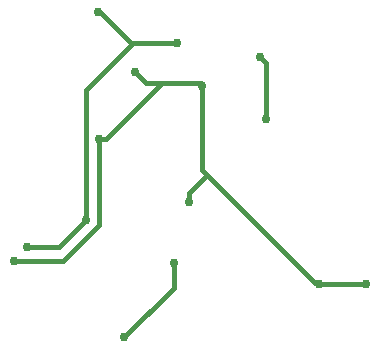
<source format=gbr>
G04 EAGLE Gerber RS-274X export*
G75*
%MOMM*%
%FSLAX34Y34*%
%LPD*%
%INBottom Copper*%
%IPPOS*%
%AMOC8*
5,1,8,0,0,1.08239X$1,22.5*%
G01*
%ADD10C,0.756400*%
%ADD11C,0.406400*%
%ADD12C,0.381000*%


D10*
X1030000Y2074000D03*
D11*
X991000Y2074000D01*
X964000Y2101000D01*
X963000Y2100000D01*
D10*
X963000Y2100000D03*
D12*
X952500Y2034540D02*
X952500Y1924050D01*
X952500Y2034540D02*
X990600Y2072640D01*
X991000Y2074000D01*
X929640Y1901190D02*
X902970Y1901190D01*
X929640Y1901190D02*
X952500Y1924050D01*
D10*
X952500Y1924050D03*
X902970Y1901190D03*
X985000Y1825000D03*
D11*
X1027000Y1867000D01*
X1027000Y1888000D01*
D10*
X1027000Y1888000D03*
X1100150Y2062150D03*
D11*
X1105150Y2057150D01*
X1105150Y2010000D01*
X1105150Y2009150D01*
D12*
X1105150Y2010000D02*
X1105000Y2010000D01*
D10*
X1105000Y2010000D03*
X1150000Y1870000D03*
D11*
X1190000Y1870000D01*
D10*
X1190000Y1870000D03*
X1051000Y2038000D03*
X994500Y2049500D03*
D12*
X1040130Y1946910D02*
X1040130Y1939290D01*
X1040130Y1946910D02*
X1055370Y1962150D01*
X933450Y1889760D02*
X891540Y1889760D01*
X933450Y1889760D02*
X963930Y1920240D01*
X963930Y1992630D01*
X1055370Y1962150D02*
X1146810Y1870710D01*
X1150000Y1870000D01*
D10*
X1040130Y1939290D03*
X963930Y1992630D03*
X891540Y1889760D03*
D11*
X1051000Y1966520D02*
X1055370Y1962150D01*
X1051000Y1966520D02*
X1051000Y2038000D01*
D12*
X1050000Y2040000D02*
X1031000Y2040000D01*
X1017000Y2040000D02*
X1010000Y2040000D01*
X1050000Y2040000D02*
X1051000Y2038000D01*
D11*
X1004000Y2040000D02*
X994500Y2049500D01*
X1004000Y2040000D02*
X1017000Y2040000D01*
X1031000Y2040000D01*
X969630Y1992630D02*
X963930Y1992630D01*
X969630Y1992630D02*
X1017000Y2040000D01*
M02*

</source>
